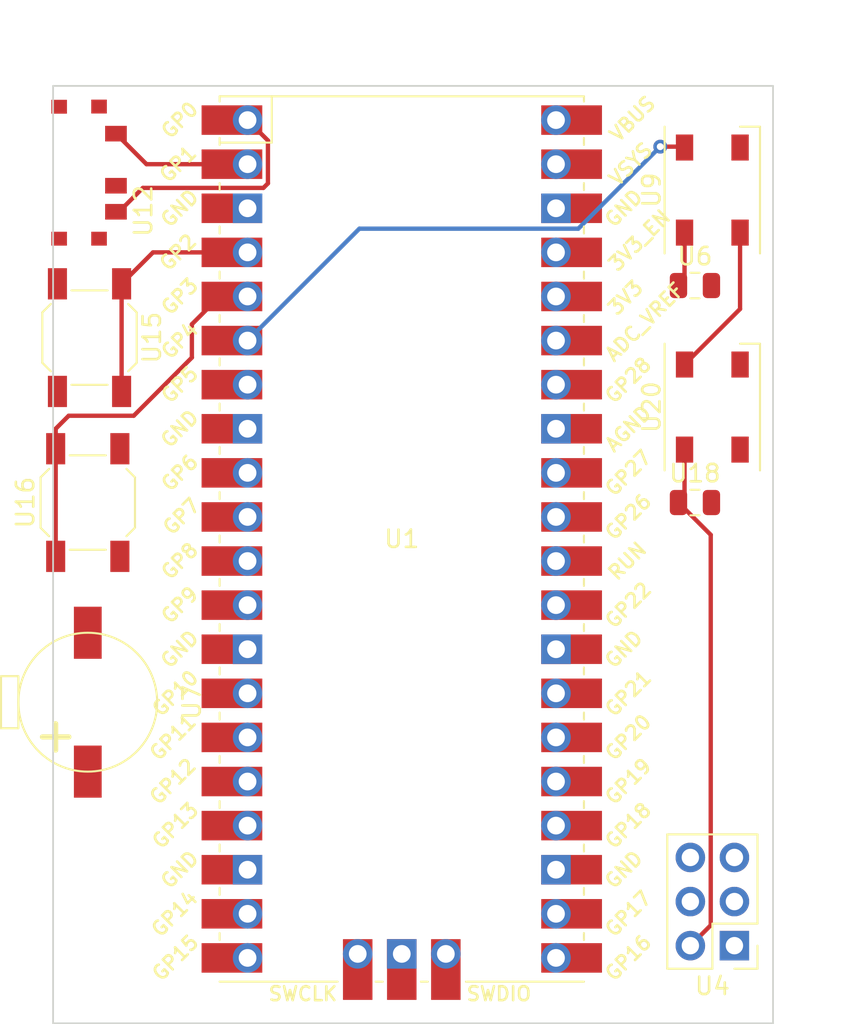
<source format=kicad_pcb>
(kicad_pcb (version 20220331) (generator pcbnew)
  (layers (0 "F.Cu" signal) (31 "B.Cu" signal) (34 "B.Paste" user) (35 "F.Paste" user) (36 "B.SilkS" user "B.Silkscreen") (37 "F.SilkS" user "F.Silkscreen") (38 "B.Mask" user) (39 "F.Mask" user) (44 "Edge.Cuts" user))
  (net 0 "")
  (net 1 "VSS")
  (net 2 "VCC")
  (net 6 "Cout")
  (net 7 "Buzzer")
  (net 8 "/SK6812")
  (net 9 "Net-(U20-DIN)")
  (net 10 "1")
  (net 11 "2")
  (net 12 "Button1")
  (net 13 "Button2")
  (footprint "LED_SMD:LED_SK6812_PLCC4_5.0x5.0mm_P3.2mm" (layer "F.Cu") (at 165.5 65 90)
    (fp_text reference "U9" (at 0 -3.5 90) (layer "F.SilkS"))
    (fp_text value "SK6812")
    (fp_line (start -3.65 -2.75) (end 3.65 -2.75) (stroke (width 0.12)) (layer "F.SilkS"))
    (fp_line (start -3.65 2.75) (end 3.65 2.75) (stroke (width 0.12)) (layer "F.SilkS"))
    (fp_line (start 3.65 2.75) (end 3.65 1.6) (stroke (width 0.12)) (layer "F.SilkS"))
    (pad "1" smd rect (at 2.45 1.6 90) (size 1.5 1) (layers "F.Cu" "F.Paste" "F.Mask") (net 1 "VSS"))
    (pad "2" smd rect (at 2.45 -1.6 90) (size 1.5 1) (layers "F.Cu" "F.Paste" "F.Mask") (net 8 "/SK6812"))
    (pad "3" smd rect (at -2.45 -1.6 90) (size 1.5 1) (layers "F.Cu" "F.Paste" "F.Mask") (net 2 "VCC"))
    (pad "4" smd rect (at -2.45 1.6 90) (size 1.5 1) (layers "F.Cu" "F.Paste" "F.Mask") (net 9 "Net-(U20-DIN)"))
  )
  (footprint "Bsides22:FUET-9032-Buzzer" (layer "F.Cu") (at 129.5 98.5 90)
    (fp_text reference "U7" (at 4 6 90 unlocked) (layer "F.SilkS"))
    (fp_text value "Buzzer")
    (fp_text user "+" (at 2 -2 90 unlocked) (layer "F.SilkS") (effects (font (size 2 2) (thickness 0.3))))
    (fp_rect (start 2.5 -5) (end 5.5 -4) (stroke (width 0.12)) (fill none) (layer "F.SilkS"))
    (fp_circle (center 4 0) (end 8 0) (stroke (width 0.12)) (fill none) (layer "F.SilkS"))
    (pad "1" smd rect (at 0 0 90) (size 3 1.6) (layers "F.Cu" "F.Paste" "F.Mask") (net 7 "Buzzer"))
    (pad "2" smd rect (at 8 0 90) (size 3 1.6) (layers "F.Cu" "F.Paste" "F.Mask") (net 1 "VSS"))
  )
  (footprint "Capacitor_SMD:C_0805_2012Metric" (layer "F.Cu") (at 164.5 83)
    (fp_text reference "U18" (at 0 -1.68) (layer "F.SilkS"))
    (fp_text value "100nF")
    (fp_line (start -0.261252 -0.735) (end 0.261252 -0.735) (stroke (width 0.12)) (layer "F.SilkS"))
    (fp_line (start -0.261252 0.735) (end 0.261252 0.735) (stroke (width 0.12)) (layer "F.SilkS"))
    (pad "1" smd roundrect (at -0.95 0) (size 1 1.45) (layers "F.Cu" "F.Paste" "F.Mask") (net 2 "VCC"))
    (pad "2" smd roundrect (at 0.95 0) (size 1 1.45) (layers "F.Cu" "F.Paste" "F.Mask") (net 1 "VSS"))
  )
  (footprint "MCU_RaspberryPi_and_Boards:RPi_Pico_SMD_TH" (layer "F.Cu") (at 147.6 85.1)
    (fp_text reference "U1" (at 0 0) (layer "F.SilkS"))
    (fp_text value "Pico")
    (fp_text user "GP20" (at 13.054 11.43 45) (layer "F.SilkS") (effects (font (size 0.8 0.8))))
    (fp_text user "GND" (at 12.8 19.05 45) (layer "F.SilkS") (effects (font (size 0.8 0.8))))
    (fp_text user "GP19" (at 13.054 13.97 45) (layer "F.SilkS") (effects (font (size 0.8 0.8))))
    (fp_text user "GND" (at -12.8 19.05 45) (layer "F.SilkS") (effects (font (size 0.8 0.8))))
    (fp_text user "GND" (at -12.8 -19.05 45) (layer "F.SilkS") (effects (font (size 0.8 0.8))))
    (fp_text user "GP11" (at -13.2 11.43 45) (layer "F.SilkS") (effects (font (size 0.8 0.8))))
    (fp_text user "GND" (at 12.8 -19.05 45) (layer "F.SilkS") (effects (font (size 0.8 0.8))))
    (fp_text user "GP22" (at 13.054 3.81 45) (layer "F.SilkS") (effects (font (size 0.8 0.8))))
    (fp_text user "ADC_VREF" (at 14 -12.5 45) (layer "F.SilkS") (effects (font (size 0.8 0.8))))
    (fp_text user "GP2" (at -12.9 -16.51 45) (layer "F.SilkS") (effects (font (size 0.8 0.8))))
    (fp_text user "GP8" (at -12.8 1.27 45) (layer "F.SilkS") (effects (font (size 0.8 0.8))))
    (fp_text user "3V3" (at 12.9 -13.9 45) (layer "F.SilkS") (effects (font (size 0.8 0.8))))
    (fp_text user "GND" (at -12.8 -6.35 45) (layer "F.SilkS") (effects (font (size 0.8 0.8))))
    (fp_text user "RUN" (at 13 1.27 45) (layer "F.SilkS") (effects (font (size 0.8 0.8))))
    (fp_text user "GP18" (at 13.054 16.51 45) (layer "F.SilkS") (effects (font (size 0.8 0.8))))
    (fp_text user "VSYS" (at 13.2 -21.59 45) (layer "F.SilkS") (effects (font (size 0.8 0.8))))
    (fp_text user "GP3" (at -12.8 -13.97 45) (layer "F.SilkS") (effects (font (size 0.8 0.8))))
    (fp_text user "GP26" (at 13.054 -1.27 45) (layer "F.SilkS") (effects (font (size 0.8 0.8))))
    (fp_text user "GP17" (at 13.054 21.59 45) (layer "F.SilkS") (effects (font (size 0.8 0.8))))
    (fp_text user "3V3_EN" (at 13.7 -17.2 45) (layer "F.SilkS") (effects (font (size 0.8 0.8))))
    (fp_text user "GP15" (at -13.054 24.13 45) (layer "F.SilkS") (effects (font (size 0.8 0.8))))
    (fp_text user "GP10" (at -13.054 8.89 45) (layer "F.SilkS") (effects (font (size 0.8 0.8))))
    (fp_text user "GP16" (at 13.054 24.13 45) (layer "F.SilkS") (effects (font (size 0.8 0.8))))
    (fp_text user "GP14" (at -13.1 21.59 45) (layer "F.SilkS") (effects (font (size 0.8 0.8))))
    (fp_text user "GP28" (at 13.054 -9.144 45) (layer "F.SilkS") (effects (font (size 0.8 0.8))))
    (fp_text user "GP4" (at -12.8 -11.43 45) (layer "F.SilkS") (effects (font (size 0.8 0.8))))
    (fp_text user "SWCLK" (at -5.7 26.2) (layer "F.SilkS") (effects (font (size 0.8 0.8))))
    (fp_text user "GND" (at -12.8 6.35 45) (layer "F.SilkS") (effects (font (size 0.8 0.8))))
    (fp_text user "SWDIO" (at 5.6 26.2) (layer "F.SilkS") (effects (font (size 0.8 0.8))))
    (fp_text user "VBUS" (at 13.3 -24.2 45) (layer "F.SilkS") (effects (font (size 0.8 0.8))))
    (fp_text user "GND" (at 12.8 6.35 45) (layer "F.SilkS") (effects (font (size 0.8 0.8))))
    (fp_text user "GP12" (at -13.2 13.97 45) (layer "F.SilkS") (effects (font (size 0.8 0.8))))
    (fp_text user "AGND" (at 13.054 -6.35 45) (layer "F.SilkS") (effects (font (size 0.8 0.8))))
    (fp_text user "GP7" (at -12.7 -1.3 45) (layer "F.SilkS") (effects (font (size 0.8 0.8))))
    (fp_text user "GP27" (at 13.054 -3.8 45) (layer "F.SilkS") (effects (font (size 0.8 0.8))))
    (fp_text user "GP9" (at -12.8 3.81 45) (layer "F.SilkS") (effects (font (size 0.8 0.8))))
    (fp_text user "GP1" (at -12.9 -21.6 45) (layer "F.SilkS") (effects (font (size 0.8 0.8))))
    (fp_text user "GP5" (at -12.8 -8.89 45) (layer "F.SilkS") (effects (font (size 0.8 0.8))))
    (fp_text user "GP0" (at -12.8 -24.13 45) (layer "F.SilkS") (effects (font (size 0.8 0.8))))
    (fp_text user "GP13" (at -13.054 16.51 45) (layer "F.SilkS") (effects (font (size 0.8 0.8))))
    (fp_text user "GP21" (at 13.054 8.9 45) (layer "F.SilkS") (effects (font (size 0.8 0.8))))
    (fp_text user "GP6" (at -12.8 -3.81 45) (layer "F.SilkS") (effects (font (size 0.8 0.8))))
    (fp_line (start -10.5 -25.5) (end -10.5 -25.2) (stroke (width 0.12)) (layer "F.SilkS"))
    (fp_line (start -10.5 -25.5) (end 10.5 -25.5) (stroke (width 0.12)) (layer "F.SilkS"))
    (fp_line (start -10.5 -23.1) (end -10.5 -22.7) (stroke (width 0.12)) (layer "F.SilkS"))
    (fp_line (start -10.5 -22.833) (end -7.493 -22.833) (stroke (width 0.12)) (layer "F.SilkS"))
    (fp_line (start -10.5 -20.5) (end -10.5 -20.1) (stroke (width 0.12)) (layer "F.SilkS"))
    (fp_line (start -10.5 -18) (end -10.5 -17.6) (stroke (width 0.12)) (layer "F.SilkS"))
    (fp_line (start -10.5 -15.4) (end -10.5 -15) (stroke (width 0.12)) (layer "F.SilkS"))
    (fp_line (start -10.5 -12.9) (end -10.5 -12.5) (stroke (width 0.12)) (layer "F.SilkS"))
    (fp_line (start -10.5 -10.4) (end -10.5 -10) (stroke (width 0.12)) (layer "F.SilkS"))
    (fp_line (start -10.5 -7.8) (end -10.5 -7.4) (stroke (width 0.12)) (layer "F.SilkS"))
    (fp_line (start -10.5 -5.3) (end -10.5 -4.9) (stroke (width 0.12)) (layer "F.SilkS"))
    (fp_line (start -10.5 -2.7) (end -10.5 -2.3) (stroke (width 0.12)) (layer "F.SilkS"))
    (fp_line (start -10.5 -0.2) (end -10.5 0.2) (stroke (width 0.12)) (layer "F.SilkS"))
    (fp_line (start -10.5 2.3) (end -10.5 2.7) (stroke (width 0.12)) (layer "F.SilkS"))
    (fp_line (start -10.5 4.9) (end -10.5 5.3) (stroke (width 0.12)) (layer "F.SilkS"))
    (fp_line (start -10.5 7.4) (end -10.5 7.8) (stroke (width 0.12)) (layer "F.SilkS"))
    (fp_line (start -10.5 10) (end -10.5 10.4) (stroke (width 0.12)) (layer "F.SilkS"))
    (fp_line (start -10.5 12.5) (end -10.5 12.9) (stroke (width 0.12)) (layer "F.SilkS"))
    (fp_line (start -10.5 15.1) (end -10.5 15.5) (stroke (width 0.12)) (layer "F.SilkS"))
    (fp_line (start -10.5 17.6) (end -10.5 18) (stroke (width 0.12)) (layer "F.SilkS"))
    (fp_line (start -10.5 20.1) (end -10.5 20.5) (stroke (width 0.12)) (layer "F.SilkS"))
    (fp_line (start -10.5 22.7) (end -10.5 23.1) (stroke (width 0.12)) (layer "F.SilkS"))
    (fp_line (start -7.493 -22.833) (end -7.493 -25.5) (stroke (width 0.12)) (layer "F.SilkS"))
    (fp_line (start -3.7 25.5) (end -10.5 25.5) (stroke (width 0.12)) (layer "F.SilkS"))
    (fp_line (start -1.5 25.5) (end -1.1 25.5) (stroke (width 0.12)) (layer "F.SilkS"))
    (fp_line (start 1.1 25.5) (end 1.5 25.5) (stroke (width 0.12)) (layer "F.SilkS"))
    (fp_line (start 10.5 -25.5) (end 10.5 -25.2) (stroke (width 0.12)) (layer "F.SilkS"))
    (fp_line (start 10.5 -23.1) (end 10.5 -22.7) (stroke (width 0.12)) (layer "F.SilkS"))
    (fp_line (start 10.5 -20.5) (end 10.5 -20.1) (stroke (width 0.12)) (layer "F.SilkS"))
    (fp_line (start 10.5 -18) (end 10.5 -17.6) (stroke (width 0.12)) (layer "F.SilkS"))
    (fp_line (start 10.5 -15.4) (end 10.5 -15) (stroke (width 0.12)) (layer "F.SilkS"))
    (fp_line (start 10.5 -12.9) (end 10.5 -12.5) (stroke (width 0.12)) (layer "F.SilkS"))
    (fp_line (start 10.5 -10.4) (end 10.5 -10) (stroke (width 0.12)) (layer "F.SilkS"))
    (fp_line (start 10.5 -7.8) (end 10.5 -7.4) (stroke (width 0.12)) (layer "F.SilkS"))
    (fp_line (start 10.5 -5.3) (end 10.5 -4.9) (stroke (width 0.12)) (layer "F.SilkS"))
    (fp_line (start 10.5 -2.7) (end 10.5 -2.3) (stroke (width 0.12)) (layer "F.SilkS"))
    (fp_line (start 10.5 -0.2) (end 10.5 0.2) (stroke (width 0.12)) (layer "F.SilkS"))
    (fp_line (start 10.5 2.3) (end 10.5 2.7) (stroke (width 0.12)) (layer "F.SilkS"))
    (fp_line (start 10.5 4.9) (end 10.5 5.3) (stroke (width 0.12)) (layer "F.SilkS"))
    (fp_line (start 10.5 7.4) (end 10.5 7.8) (stroke (width 0.12)) (layer "F.SilkS"))
    (fp_line (start 10.5 10) (end 10.5 10.4) (stroke (width 0.12)) (layer "F.SilkS"))
    (fp_line (start 10.5 12.5) (end 10.5 12.9) (stroke (width 0.12)) (layer "F.SilkS"))
    (fp_line (start 10.5 15.1) (end 10.5 15.5) (stroke (width 0.12)) (layer "F.SilkS"))
    (fp_line (start 10.5 17.6) (end 10.5 18) (stroke (width 0.12)) (layer "F.SilkS"))
    (fp_line (start 10.5 20.1) (end 10.5 20.5) (stroke (width 0.12)) (layer "F.SilkS"))
    (fp_line (start 10.5 22.7) (end 10.5 23.1) (stroke (width 0.12)) (layer "F.SilkS"))
    (fp_line (start 10.5 25.5) (end 3.7 25.5) (stroke (width 0.12)) (layer "F.SilkS"))
    (pad "" np_thru_hole oval (at -2.725 -24) (size 1.8 1.8) (drill 1.8) (layers *.Cu *.Mask))
    (pad "" np_thru_hole oval (at -2.425 -20.97) (size 1.5 1.5) (drill 1.5) (layers *.Cu *.Mask))
    (pad "" np_thru_hole oval (at 2.425 -20.97) (size 1.5 1.5) (drill 1.5) (layers *.Cu *.Mask))
    (pad "" np_thru_hole oval (at 2.725 -24) (size 1.8 1.8) (drill 1.8) (layers *.Cu *.Mask))
    (pad "1" thru_hole oval (at -8.89 -24.13) (size 1.7 1.7) (drill 1.02) (layers *.Cu *.Mask) (net 10 "1"))
    (pad "1" smd rect (at -8.89 -24.13) (size 3.5 1.7) (drill (offset -0.9 0)) (layers "F.Cu" "F.Mask") (net 10 "1"))
    (pad "2" thru_hole oval (at -8.89 -21.59) (size 1.7 1.7) (drill 1.02) (layers *.Cu *.Mask) (net 11 "2"))
    (pad "2" smd rect (at -8.89 -21.59) (size 3.5 1.7) (drill (offset -0.9 0)) (layers "F.Cu" "F.Mask") (net 11 "2"))
    (pad "3" thru_hole rect (at -8.89 -19.05) (size 1.7 1.7) (drill 1.02) (layers *.Cu *.Mask))
    (pad "3" smd rect (at -8.89 -19.05) (size 3.5 1.7) (drill (offset -0.9 0)) (layers "F.Cu" "F.Mask"))
    (pad "4" thru_hole oval (at -8.89 -16.51) (size 1.7 1.7) (drill 1.02) (layers *.Cu *.Mask) (net 12 "Button1"))
    (pad "4" smd rect (at -8.89 -16.51) (size 3.5 1.7) (drill (offset -0.9 0)) (layers "F.Cu" "F.Mask") (net 12 "Button1"))
    (pad "5" thru_hole oval (at -8.89 -13.97) (size 1.7 1.7) (drill 1.02) (layers *.Cu *.Mask) (net 13 "Button2"))
    (pad "5" smd rect (at -8.89 -13.97) (size 3.5 1.7) (drill (offset -0.9 0)) (layers "F.Cu" "F.Mask") (net 13 "Button2"))
    (pad "6" thru_hole oval (at -8.89 -11.43) (size 1.7 1.7) (drill 1.02) (layers *.Cu *.Mask) (net 8 "/SK6812"))
    (pad "6" smd rect (at -8.89 -11.43) (size 3.5 1.7) (drill (offset -0.9 0)) (layers "F.Cu" "F.Mask") (net 8 "/SK6812"))
    (pad "7" thru_hole oval (at -8.89 -8.89) (size 1.7 1.7) (drill 1.02) (layers *.Cu *.Mask) (net 7 "Buzzer"))
    (pad "7" smd rect (at -8.89 -8.89) (size 3.5 1.7) (drill (offset -0.9 0)) (layers "F.Cu" "F.Mask") (net 7 "Buzzer"))
    (pad "8" thru_hole rect (at -8.89 -6.35) (size 1.7 1.7) (drill 1.02) (layers *.Cu *.Mask))
    (pad "8" smd rect (at -8.89 -6.35) (size 3.5 1.7) (drill (offset -0.9 0)) (layers "F.Cu" "F.Mask"))
    (pad "9" thru_hole oval (at -8.89 -3.81) (size 1.7 1.7) (drill 1.02) (layers *.Cu *.Mask))
    (pad "9" smd rect (at -8.89 -3.81) (size 3.5 1.7) (drill (offset -0.9 0)) (layers "F.Cu" "F.Mask"))
    (pad "10" thru_hole oval (at -8.89 -1.27) (size 1.7 1.7) (drill 1.02) (layers *.Cu *.Mask))
    (pad "10" smd rect (at -8.89 -1.27) (size 3.5 1.7) (drill (offset -0.9 0)) (layers "F.Cu" "F.Mask"))
    (pad "11" thru_hole oval (at -8.89 1.27) (size 1.7 1.7) (drill 1.02) (layers *.Cu *.Mask))
    (pad "11" smd rect (at -8.89 1.27) (size 3.5 1.7) (drill (offset -0.9 0)) (layers "F.Cu" "F.Mask"))
    (pad "12" thru_hole oval (at -8.89 3.81) (size 1.7 1.7) (drill 1.02) (layers *.Cu *.Mask))
    (pad "12" smd rect (at -8.89 3.81) (size 3.5 1.7) (drill (offset -0.9 0)) (layers "F.Cu" "F.Mask"))
    (pad "13" thru_hole rect (at -8.89 6.35) (size 1.7 1.7) (drill 1.02) (layers *.Cu *.Mask))
    (pad "13" smd rect (at -8.89 6.35) (size 3.5 1.7) (drill (offset -0.9 0)) (layers "F.Cu" "F.Mask"))
    (pad "14" thru_hole oval (at -8.89 8.89) (size 1.7 1.7) (drill 1.02) (layers *.Cu *.Mask))
    (pad "14" smd rect (at -8.89 8.89) (size 3.5 1.7) (drill (offset -0.9 0)) (layers "F.Cu" "F.Mask"))
    (pad "15" thru_hole oval (at -8.89 11.43) (size 1.7 1.7) (drill 1.02) (layers *.Cu *.Mask))
    (pad "15" smd rect (at -8.89 11.43) (size 3.5 1.7) (drill (offset -0.9 0)) (layers "F.Cu" "F.Mask"))
    (pad "16" thru_hole oval (at -8.89 13.97) (size 1.7 1.7) (drill 1.02) (layers *.Cu *.Mask))
    (pad "16" smd rect (at -8.89 13.97) (size 3.5 1.7) (drill (offset -0.9 0)) (layers "F.Cu" "F.Mask"))
    (pad "17" thru_hole oval (at -8.89 16.51) (size 1.7 1.7) (drill 1.02) (layers *.Cu *.Mask))
    (pad "17" smd rect (at -8.89 16.51) (size 3.5 1.7) (drill (offset -0.9 0)) (layers "F.Cu" "F.Mask"))
    (pad "18" thru_hole rect (at -8.89 19.05) (size 1.7 1.7) (drill 1.02) (layers *.Cu *.Mask))
    (pad "18" smd rect (at -8.89 19.05) (size 3.5 1.7) (drill (offset -0.9 0)) (layers "F.Cu" "F.Mask"))
    (pad "19" thru_hole oval (at -8.89 21.59) (size 1.7 1.7) (drill 1.02) (layers *.Cu *.Mask))
    (pad "19" smd rect (at -8.89 21.59) (size 3.5 1.7) (drill (offset -0.9 0)) (layers "F.Cu" "F.Mask"))
    (pad "20" thru_hole oval (at -8.89 24.13) (size 1.7 1.7) (drill 1.02) (layers *.Cu *.Mask))
    (pad "20" smd rect (at -8.89 24.13) (size 3.5 1.7) (drill (offset -0.9 0)) (layers "F.Cu" "F.Mask"))
    (pad "21" thru_hole oval (at 8.89 24.13) (size 1.7 1.7) (drill 1.02) (layers *.Cu *.Mask))
    (pad "21" smd rect (at 8.89 24.13) (size 3.5 1.7) (drill (offset 0.9 0)) (layers "F.Cu" "F.Mask"))
    (pad "22" thru_hole oval (at 8.89 21.59) (size 1.7 1.7) (drill 1.02) (layers *.Cu *.Mask))
    (pad "22" smd rect (at 8.89 21.59) (size 3.5 1.7) (drill (offset 0.9 0)) (layers "F.Cu" "F.Mask"))
    (pad "23" thru_hole rect (at 8.89 19.05) (size 1.7 1.7) (drill 1.02) (layers *.Cu *.Mask))
    (pad "23" smd rect (at 8.89 19.05) (size 3.5 1.7) (drill (offset 0.9 0)) (layers "F.Cu" "F.Mask"))
    (pad "24" thru_hole oval (at 8.89 16.51) (size 1.7 1.7) (drill 1.02) (layers *.Cu *.Mask))
    (pad "24" smd rect (at 8.89 16.51) (size 3.5 1.7) (drill (offset 0.9 0)) (layers "F.Cu" "F.Mask"))
    (pad "25" thru_hole oval (at 8.89 13.97) (size 1.7 1.7) (drill 1.02) (layers *.Cu *.Mask))
    (pad "25" smd rect (at 8.89 13.97) (size 3.5 1.7) (drill (offset 0.9 0)) (layers "F.Cu" "F.Mask"))
    (pad "26" thru_hole oval (at 8.89 11.43) (size 1.7 1.7) (drill 1.02) (layers *.Cu *.Mask))
    (pad "26" smd rect (at 8.89 11.43) (size 3.5 1.7) (drill (offset 0.9 0)) (layers "F.Cu" "F.Mask"))
    (pad "27" thru_hole oval (at 8.89 8.89) (size 1.7 1.7) (drill 1.02) (layers *.Cu *.Mask))
    (pad "27" smd rect (at 8.89 8.89) (size 3.5 1.7) (drill (offset 0.9 0)) (layers "F.Cu" "F.Mask"))
    (pad "28" thru_hole rect (at 8.89 6.35) (size 1.7 1.7) (drill 1.02) (layers *.Cu *.Mask))
    (pad "28" smd rect (at 8.89 6.35) (size 3.5 1.7) (drill (offset 0.9 0)) (layers "F.Cu" "F.Mask"))
    (pad "29" thru_hole oval (at 8.89 3.81) (size 1.7 1.7) (drill 1.02) (layers *.Cu *.Mask))
    (pad "29" smd rect (at 8.89 3.81) (size 3.5 1.7) (drill (offset 0.9 0)) (layers "F.Cu" "F.Mask"))
    (pad "30" thru_hole oval (at 8.89 1.27) (size 1.7 1.7) (drill 1.02) (layers *.Cu *.Mask))
    (pad "30" smd rect (at 8.89 1.27) (size 3.5 1.7) (drill (offset 0.9 0)) (layers "F.Cu" "F.Mask"))
    (pad "31" thru_hole oval (at 8.89 -1.27) (size 1.7 1.7) (drill 1.02) (layers *.Cu *.Mask))
    (pad "31" smd rect (at 8.89 -1.27) (size 3.5 1.7) (drill (offset 0.9 0)) (layers "F.Cu" "F.Mask"))
    (pad "32" thru_hole oval (at 8.89 -3.81) (size 1.7 1.7) (drill 1.02) (layers *.Cu *.Mask))
    (pad "32" smd rect (at 8.89 -3.81) (size 3.5 1.7) (drill (offset 0.9 0)) (layers "F.Cu" "F.Mask"))
    (pad "33" thru_hole rect (at 8.89 -6.35) (size 1.7 1.7) (drill 1.02) (layers *.Cu *.Mask))
    (pad "33" smd rect (at 8.89 -6.35) (size 3.5 1.7) (drill (offset 0.9 0)) (layers "F.Cu" "F.Mask"))
    (pad "34" thru_hole oval (at 8.89 -8.89) (size 1.7 1.7) (drill 1.02) (layers *.Cu *.Mask))
    (pad "34" smd rect (at 8.89 -8.89) (size 3.5 1.7) (drill (offset 0.9 0)) (layers "F.Cu" "F.Mask"))
    (pad "35" thru_hole oval (at 8.89 -11.43) (size 1.7 1.7) (drill 1.02) (layers *.Cu *.Mask))
    (pad "35" smd rect (at 8.89 -11.43) (size 3.5 1.7) (drill (offset 0.9 0)) (layers "F.Cu" "F.Mask"))
    (pad "36" thru_hole oval (at 8.89 -13.97) (size 1.7 1.7) (drill 1.02) (layers *.Cu *.Mask))
    (pad "36" smd rect (at 8.89 -13.97) (size 3.5 1.7) (drill (offset 0.9 0)) (layers "F.Cu" "F.Mask"))
    (pad "37" thru_hole oval (at 8.89 -16.51) (size 1.7 1.7) (drill 1.02) (layers *.Cu *.Mask))
    (pad "37" smd rect (at 8.89 -16.51) (size 3.5 1.7) (drill (offset 0.9 0)) (layers "F.Cu" "F.Mask"))
    (pad "38" thru_hole rect (at 8.89 -19.05) (size 1.7 1.7) (drill 1.02) (layers *.Cu *.Mask))
    (pad "38" smd rect (at 8.89 -19.05) (size 3.5 1.7) (drill (offset 0.9 0)) (layers "F.Cu" "F.Mask"))
    (pad "39" thru_hole oval (at 8.89 -21.59) (size 1.7 1.7) (drill 1.02) (layers *.Cu *.Mask))
    (pad "39" smd rect (at 8.89 -21.59) (size 3.5 1.7) (drill (offset 0.9 0)) (layers "F.Cu" "F.Mask"))
    (pad "40" thru_hole oval (at 8.89 -24.13) (size 1.7 1.7) (drill 1.02) (layers *.Cu *.Mask))
    (pad "40" smd rect (at 8.89 -24.13) (size 3.5 1.7) (drill (offset 0.9 0)) (layers "F.Cu" "F.Mask"))
    (pad "41" thru_hole oval (at -2.54 23.9) (size 1.7 1.7) (drill 1.02) (layers *.Cu *.Mask))
    (pad "41" smd rect (at -2.54 23.9 90) (size 3.5 1.7) (drill (offset -0.9 0)) (layers "F.Cu" "F.Mask"))
    (pad "42" thru_hole rect (at 0 23.9) (size 1.7 1.7) (drill 1.02) (layers *.Cu *.Mask))
    (pad "42" smd rect (at 0 23.9 90) (size 3.5 1.7) (drill (offset -0.9 0)) (layers "F.Cu" "F.Mask"))
    (pad "43" thru_hole oval (at 2.54 23.9) (size 1.7 1.7) (drill 1.02) (layers *.Cu *.Mask))
    (pad "43" smd rect (at 2.54 23.9 90) (size 3.5 1.7) (drill (offset -0.9 0)) (layers "F.Cu" "F.Mask"))
  )
  (footprint "Button_Switch_SMD:SW_SPST_SKQG_WithoutStem" (layer "F.Cu") (at 129.6 73.5 -90)
    (fp_text reference "U15" (at 0 -3.6 90) (layer "F.SilkS"))
    (fp_text value "SW_Push")
    (fp_line (start -2.72 1.04) (end -2.72 -1.04) (stroke (width 0.12)) (layer "F.SilkS"))
    (fp_line (start -1.45 -2.72) (end -1.94 -2.23) (stroke (width 0.12)) (layer "F.SilkS"))
    (fp_line (start -1.45 -2.72) (end 1.45 -2.72) (stroke (width 0.12)) (layer "F.SilkS"))
    (fp_line (start -1.45 2.72) (end -1.94 2.23) (stroke (width 0.12)) (layer "F.SilkS"))
    (fp_line (start -1.45 2.72) (end 1.45 2.72) (stroke (width 0.12)) (layer "F.SilkS"))
    (fp_line (start 1.45 -2.72) (end 1.94 -2.23) (stroke (width 0.12)) (layer "F.SilkS"))
    (fp_line (start 1.45 2.72) (end 1.94 2.23) (stroke (width 0.12)) (layer "F.SilkS"))
    (fp_line (start 2.72 1.04) (end 2.72 -1.04) (stroke (width 0.12)) (layer "F.SilkS"))
    (pad "1" smd rect (at -3.1 -1.85 270) (size 1.8 1.1) (layers "F.Cu" "F.Paste" "F.Mask") (net 12 "Button1"))
    (pad "1" smd rect (at 3.1 -1.85 270) (size 1.8 1.1) (layers "F.Cu" "F.Paste" "F.Mask") (net 12 "Button1"))
    (pad "2" smd rect (at -3.1 1.85 270) (size 1.8 1.1) (layers "F.Cu" "F.Paste" "F.Mask") (net 1 "VSS"))
    (pad "2" smd rect (at 3.1 1.85 270) (size 1.8 1.1) (layers "F.Cu" "F.Paste" "F.Mask") (net 1 "VSS"))
  )
  (footprint "BreadBoardPwr:SK-3296S_switch" (layer "F.Cu") (at 129 64 90)
    (fp_text reference "U12" (at -2.2 3.7 90) (layer "F.SilkS"))
    (fp_text value "SW3")
    (pad "" np_thru_hole circle locked (at -1.5 0 90) (size 0.9 0.9) (drill 0.9) (layers *.Cu *.Mask))
    (pad "" np_thru_hole circle locked (at 1.5 0 90) (size 0.9 0.9) (drill 0.9) (layers *.Cu *.Mask))
    (pad "1" smd rect locked (at -2.25 2.125 90) (size 0.9 1.25) (layers "F.Cu" "F.Paste" "F.Mask") (net 10 "1"))
    (pad "2" smd rect locked (at -0.75 2.125 90) (size 0.9 1.25) (layers "F.Cu" "F.Paste" "F.Mask") (net 1 "VSS"))
    (pad "3" smd rect locked (at 2.25 2.125 90) (size 0.9 1.25) (layers "F.Cu" "F.Paste" "F.Mask") (net 11 "2"))
    (pad "4" smd rect locked (at -3.8 -1.15 90) (size 0.8 0.9) (layers "F.Cu" "F.Paste" "F.Mask"))
    (pad "4" smd rect locked (at -3.8 1.15 90) (size 0.8 0.9) (layers "F.Cu" "F.Paste" "F.Mask"))
    (pad "4" smd rect locked (at 3.8 -1.15 90) (size 0.8 0.9) (layers "F.Cu" "F.Paste" "F.Mask"))
    (pad "4" smd rect locked (at 3.81 1.15 90) (size 0.8 0.9) (layers "F.Cu" "F.Paste" "F.Mask"))
  )
  (footprint "Button_Switch_SMD:SW_SPST_SKQG_WithoutStem" (layer "F.Cu") (at 129.5 83 90)
    (fp_text reference "U16" (at 0 -3.6 90) (layer "F.SilkS"))
    (fp_text value "SW_Push")
    (fp_line (start -2.72 1.04) (end -2.72 -1.04) (stroke (width 0.12)) (layer "F.SilkS"))
    (fp_line (start -1.45 -2.72) (end -1.94 -2.23) (stroke (width 0.12)) (layer "F.SilkS"))
    (fp_line (start -1.45 -2.72) (end 1.45 -2.72) (stroke (width 0.12)) (layer "F.SilkS"))
    (fp_line (start -1.45 2.72) (end -1.94 2.23) (stroke (width 0.12)) (layer "F.SilkS"))
    (fp_line (start -1.45 2.72) (end 1.45 2.72) (stroke (width 0.12)) (layer "F.SilkS"))
    (fp_line (start 1.45 -2.72) (end 1.94 -2.23) (stroke (width 0.12)) (layer "F.SilkS"))
    (fp_line (start 1.45 2.72) (end 1.94 2.23) (stroke (width 0.12)) (layer "F.SilkS"))
    (fp_line (start 2.72 1.04) (end 2.72 -1.04) (stroke (width 0.12)) (layer "F.SilkS"))
    (pad "1" smd rect (at -3.1 -1.85 90) (size 1.8 1.1) (layers "F.Cu" "F.Paste" "F.Mask") (net 13 "Button2"))
    (pad "1" smd rect (at 3.1 -1.85 90) (size 1.8 1.1) (layers "F.Cu" "F.Paste" "F.Mask") (net 13 "Button2"))
    (pad "2" smd rect (at -3.1 1.85 90) (size 1.8 1.1) (layers "F.Cu" "F.Paste" "F.Mask") (net 1 "VSS"))
    (pad "2" smd rect (at 3.1 1.85 90) (size 1.8 1.1) (layers "F.Cu" "F.Paste" "F.Mask") (net 1 "VSS"))
  )
  (footprint "Connector_PinHeader_2.54mm:PinHeader_2x03_P2.54mm_Vertical" (layer "F.Cu") (at 166.775 108.525 180)
    (fp_text reference "U4" (at 1.27 -2.33) (layer "F.SilkS"))
    (fp_text value "Conn_02x03_Odd_Even")
    (fp_line (start -1.33 -1.33) (end 0 -1.33) (stroke (width 0.12)) (layer "F.SilkS"))
    (fp_line (start -1.33 0) (end -1.33 -1.33) (stroke (width 0.12)) (layer "F.SilkS"))
    (fp_line (start -1.33 1.27) (end -1.33 6.41) (stroke (width 0.12)) (layer "F.SilkS"))
    (fp_line (start -1.33 1.27) (end 1.27 1.27) (stroke (width 0.12)) (layer "F.SilkS"))
    (fp_line (start -1.33 6.41) (end 3.87 6.41) (stroke (width 0.12)) (layer "F.SilkS"))
    (fp_line (start 1.27 -1.33) (end 3.87 -1.33) (stroke (width 0.12)) (layer "F.SilkS"))
    (fp_line (start 1.27 1.27) (end 1.27 -1.33) (stroke (width 0.12)) (layer "F.SilkS"))
    (fp_line (start 3.87 -1.33) (end 3.87 6.41) (stroke (width 0.12)) (layer "F.SilkS"))
    (pad "1" thru_hole rect (at 0 0 180) (size 1.7 1.7) (drill 1) (layers *.Cu *.Mask) (net 1 "VSS"))
    (pad "2" thru_hole oval (at 2.54 0 180) (size 1.7 1.7) (drill 1) (layers *.Cu *.Mask) (net 2 "VCC"))
    (pad "3" thru_hole oval (at 0 2.54 180) (size 1.7 1.7) (drill 1) (layers *.Cu *.Mask))
    (pad "4" thru_hole oval (at 2.54 2.54 180) (size 1.7 1.7) (drill 1) (layers *.Cu *.Mask))
    (pad "5" thru_hole oval (at 0 5.08 180) (size 1.7 1.7) (drill 1) (layers *.Cu *.Mask))
    (pad "6" thru_hole oval (at 2.54 5.08 180) (size 1.7 1.7) (drill 1) (layers *.Cu *.Mask) (net 6 "Cout"))
  )
  (footprint "LED_SMD:LED_SK6812_PLCC4_5.0x5.0mm_P3.2mm" (layer "F.Cu") (at 165.5 77.5 90)
    (fp_text reference "U20" (at 0 -3.5 90) (layer "F.SilkS"))
    (fp_text value "SK6812")
    (fp_line (start -3.65 -2.75) (end 3.65 -2.75) (stroke (width 0.12)) (layer "F.SilkS"))
    (fp_line (start -3.65 2.75) (end 3.65 2.75) (stroke (width 0.12)) (layer "F.SilkS"))
    (fp_line (start 3.65 2.75) (end 3.65 1.6) (stroke (width 0.12)) (layer "F.SilkS"))
    (pad "1" smd rect (at 2.45 1.6 90) (size 1.5 1) (layers "F.Cu" "F.Paste" "F.Mask") (net 1 "VSS"))
    (pad "2" smd rect (at 2.45 -1.6 90) (size 1.5 1) (layers "F.Cu" "F.Paste" "F.Mask") (net 9 "Net-(U20-DIN)"))
    (pad "3" smd rect (at -2.45 -1.6 90) (size 1.5 1) (layers "F.Cu" "F.Paste" "F.Mask") (net 2 "VCC"))
    (pad "4" smd rect (at -2.45 1.6 90) (size 1.5 1) (layers "F.Cu" "F.Paste" "F.Mask"))
  )
  (footprint "Capacitor_SMD:C_0805_2012Metric" (layer "F.Cu") (at 164.5 70.5)
    (fp_text reference "U6" (at 0 -1.68) (layer "F.SilkS"))
    (fp_text value "100nF")
    (fp_line (start -0.261252 -0.735) (end 0.261252 -0.735) (stroke (width 0.12)) (layer "F.SilkS"))
    (fp_line (start -0.261252 0.735) (end 0.261252 0.735) (stroke (width 0.12)) (layer "F.SilkS"))
    (pad "1" smd roundrect (at -0.95 0) (size 1 1.45) (layers "F.Cu" "F.Paste" "F.Mask") (net 2 "VCC"))
    (pad "2" smd roundrect (at 0.95 0) (size 1 1.45) (layers "F.Cu" "F.Paste" "F.Mask") (net 1 "VSS"))
  )
  (gr_line (start 127.5 113) (end 127.5 59) (stroke (width 0.1)) (layer "Edge.Cuts"))
  (gr_line (start 169 113) (end 127.5 113) (stroke (width 0.1)) (layer "Edge.Cuts"))
  (gr_line (start 169 59) (end 169 113) (stroke (width 0.1)) (layer "Edge.Cuts"))
  (gr_line (start 127.5 59) (end 169 59) (stroke (width 0.1)) (layer "Edge.Cuts"))
  (segment (start 163.9 82.65) (end 163.9 79.95) (width 0.25) (layer "F.Cu") (net 2))
  (segment (start 165.409511 84.859511) (end 163.55 83) (width 0.25) (layer "F.Cu") (net 2))
  (segment (start 164.235 108.525) (end 165.409511 107.350489) (width 0.25) (layer "F.Cu") (net 2))
  (segment (start 163.9 70.15) (end 163.9 67.45) (width 0.25) (layer "F.Cu") (net 2))
  (segment (start 163.55 83) (end 163.9 82.65) (width 0.25) (layer "F.Cu") (net 2))
  (segment (start 163.55 70.5) (end 163.9 70.15) (width 0.25) (layer "F.Cu") (net 2))
  (segment (start 165.409511 107.350489) (end 165.409511 84.859511) (width 0.25) (layer "F.Cu") (net 2))
  (segment (start 163.85 62.5) (end 163.9 62.55) (width 0.25) (layer "F.Cu") (net 8))
  (segment (start 162.5 62.5) (end 163.85 62.5) (width 0.25) (layer "F.Cu") (net 8))
  (via (at 162.5 62.5) (size 0.8) (drill 0.4) (layers "F.Cu" "B.Cu") (net 8))
  (segment (start 157.775489 67.224511) (end 162.5 62.5) (width 0.25) (layer "B.Cu") (net 8))
  (segment (start 145.155489 67.224511) (end 157.775489 67.224511) (width 0.25) (layer "B.Cu") (net 8))
  (segment (start 138.71 73.67) (end 145.155489 67.224511) (width 0.25) (layer "B.Cu") (net 8))
  (segment (start 167.1 67.45) (end 167.1 71.85) (width 0.25) (layer "F.Cu") (net 9))
  (segment (start 167.1 71.85) (end 163.9 75.05) (width 0.25) (layer "F.Cu") (net 9))
  (segment (start 139.624511 64.875489) (end 139.884511 64.615489) (width 0.25) (layer "F.Cu") (net 10))
  (segment (start 132.674511 64.875489) (end 139.624511 64.875489) (width 0.25) (layer "F.Cu") (net 10))
  (segment (start 131.125 66.25) (end 131.3 66.25) (width 0.25) (layer "F.Cu") (net 10))
  (segment (start 131.3 66.25) (end 132.674511 64.875489) (width 0.25) (layer "F.Cu") (net 10))
  (segment (start 139.884511 62.144511) (end 138.71 60.97) (width 0.25) (layer "F.Cu") (net 10))
  (segment (start 139.884511 64.615489) (end 139.884511 62.144511) (width 0.25) (layer "F.Cu") (net 10))
  (segment (start 132.885 63.51) (end 138.71 63.51) (width 0.25) (layer "F.Cu") (net 11))
  (segment (start 131.125 61.75) (end 132.885 63.51) (width 0.25) (layer "F.Cu") (net 11))
  (segment (start 131.45 70.4) (end 133.26 68.59) (width 0.25) (layer "F.Cu") (net 12))
  (segment (start 133.26 68.59) (end 138.71 68.59) (width 0.25) (layer "F.Cu") (net 12))
  (segment (start 131.45 76.6) (end 131.45 70.4) (width 0.25) (layer "F.Cu") (net 12))
  (segment (start 128.4 78) (end 132.149022 78) (width 0.25) (layer "F.Cu") (net 13))
  (segment (start 127.65 78.75) (end 128.4 78) (width 0.25) (layer "F.Cu") (net 13))
  (segment (start 127.65 79.9) (end 127.65 78.75) (width 0.25) (layer "F.Cu") (net 13))
  (segment (start 132.149022 78) (end 135.5 74.649022) (width 0.25) (layer "F.Cu") (net 13))
  (segment (start 137.100978 71.13) (end 138.71 71.13) (width 0.25) (layer "F.Cu") (net 13))
  (segment (start 135.5 72.730978) (end 137.100978 71.13) (width 0.25) (layer "F.Cu") (net 13))
  (segment (start 135.5 74.649022) (end 135.5 72.730978) (width 0.25) (layer "F.Cu") (net 13))
  (segment (start 127.65 86.1) (end 127.65 79.9) (width 0.25) (layer "F.Cu") (net 13))
)
</source>
